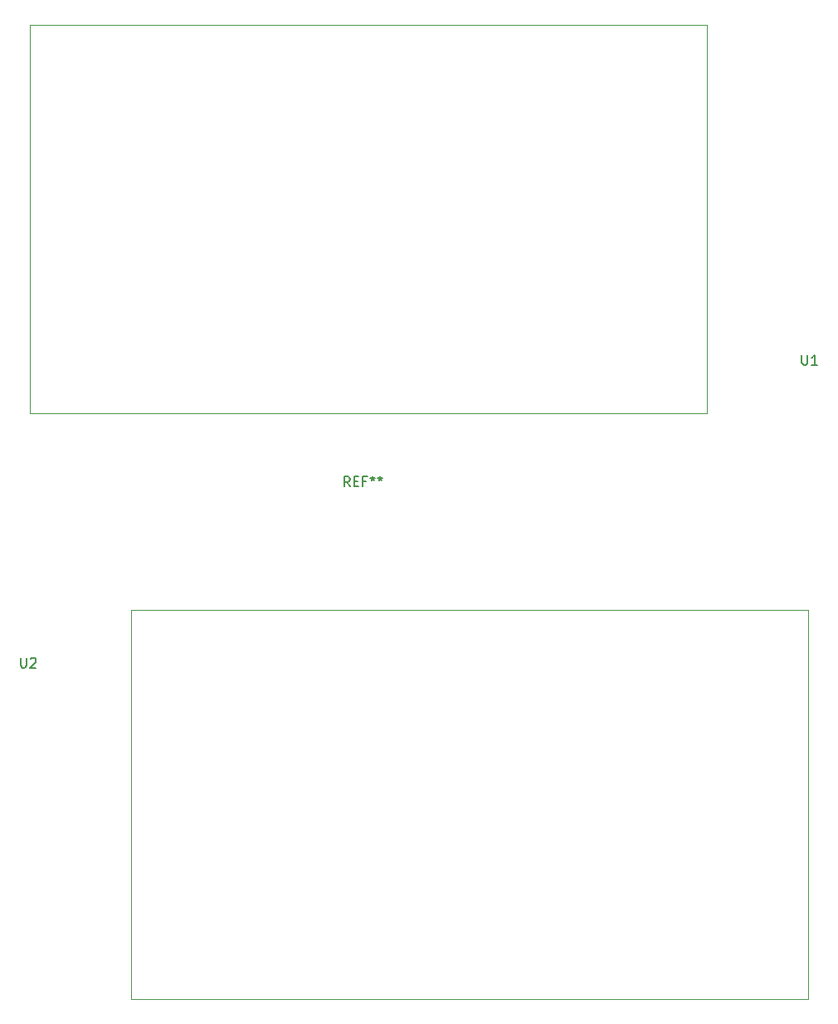
<source format=gto>
%TF.GenerationSoftware,KiCad,Pcbnew,(5.1.9-0-10_14)*%
%TF.CreationDate,2021-09-11T10:50:20-05:00*%
%TF.ProjectId,OwlSat_Zbot_Panel,4f776c53-6174-45f5-9a62-6f745f50616e,rev?*%
%TF.SameCoordinates,Original*%
%TF.FileFunction,Legend,Top*%
%TF.FilePolarity,Positive*%
%FSLAX46Y46*%
G04 Gerber Fmt 4.6, Leading zero omitted, Abs format (unit mm)*
G04 Created by KiCad (PCBNEW (5.1.9-0-10_14)) date 2021-09-11 10:50:20*
%MOMM*%
%LPD*%
G01*
G04 APERTURE LIST*
%ADD10C,0.120000*%
%ADD11C,0.150000*%
G04 APERTURE END LIST*
D10*
%TO.C,U1*%
X179010000Y-32450000D02*
X179010000Y-72150000D01*
X109910000Y-32450000D02*
X179010000Y-32450000D01*
X109910000Y-72150000D02*
X109910000Y-32450000D01*
X179010000Y-72150000D02*
X109910000Y-72150000D01*
%TO.C,U2*%
X120240000Y-92180000D02*
X189340000Y-92180000D01*
X189340000Y-92180000D02*
X189340000Y-131880000D01*
X189340000Y-131880000D02*
X120240000Y-131880000D01*
X120240000Y-131880000D02*
X120240000Y-92180000D01*
%TO.C,REF\u002A\u002A*%
D11*
X142596666Y-79582380D02*
X142263333Y-79106190D01*
X142025238Y-79582380D02*
X142025238Y-78582380D01*
X142406190Y-78582380D01*
X142501428Y-78630000D01*
X142549047Y-78677619D01*
X142596666Y-78772857D01*
X142596666Y-78915714D01*
X142549047Y-79010952D01*
X142501428Y-79058571D01*
X142406190Y-79106190D01*
X142025238Y-79106190D01*
X143025238Y-79058571D02*
X143358571Y-79058571D01*
X143501428Y-79582380D02*
X143025238Y-79582380D01*
X143025238Y-78582380D01*
X143501428Y-78582380D01*
X144263333Y-79058571D02*
X143930000Y-79058571D01*
X143930000Y-79582380D02*
X143930000Y-78582380D01*
X144406190Y-78582380D01*
X144930000Y-78582380D02*
X144930000Y-78820476D01*
X144691904Y-78725238D02*
X144930000Y-78820476D01*
X145168095Y-78725238D01*
X144787142Y-79010952D02*
X144930000Y-78820476D01*
X145072857Y-79010952D01*
X145691904Y-78582380D02*
X145691904Y-78820476D01*
X145453809Y-78725238D02*
X145691904Y-78820476D01*
X145930000Y-78725238D01*
X145549047Y-79010952D02*
X145691904Y-78820476D01*
X145834761Y-79010952D01*
%TO.C,U1*%
X188718095Y-66162380D02*
X188718095Y-66971904D01*
X188765714Y-67067142D01*
X188813333Y-67114761D01*
X188908571Y-67162380D01*
X189099047Y-67162380D01*
X189194285Y-67114761D01*
X189241904Y-67067142D01*
X189289523Y-66971904D01*
X189289523Y-66162380D01*
X190289523Y-67162380D02*
X189718095Y-67162380D01*
X190003809Y-67162380D02*
X190003809Y-66162380D01*
X189908571Y-66305238D01*
X189813333Y-66400476D01*
X189718095Y-66448095D01*
%TO.C,U2*%
X109008095Y-97072380D02*
X109008095Y-97881904D01*
X109055714Y-97977142D01*
X109103333Y-98024761D01*
X109198571Y-98072380D01*
X109389047Y-98072380D01*
X109484285Y-98024761D01*
X109531904Y-97977142D01*
X109579523Y-97881904D01*
X109579523Y-97072380D01*
X110008095Y-97167619D02*
X110055714Y-97120000D01*
X110150952Y-97072380D01*
X110389047Y-97072380D01*
X110484285Y-97120000D01*
X110531904Y-97167619D01*
X110579523Y-97262857D01*
X110579523Y-97358095D01*
X110531904Y-97500952D01*
X109960476Y-98072380D01*
X110579523Y-98072380D01*
%TD*%
M02*

</source>
